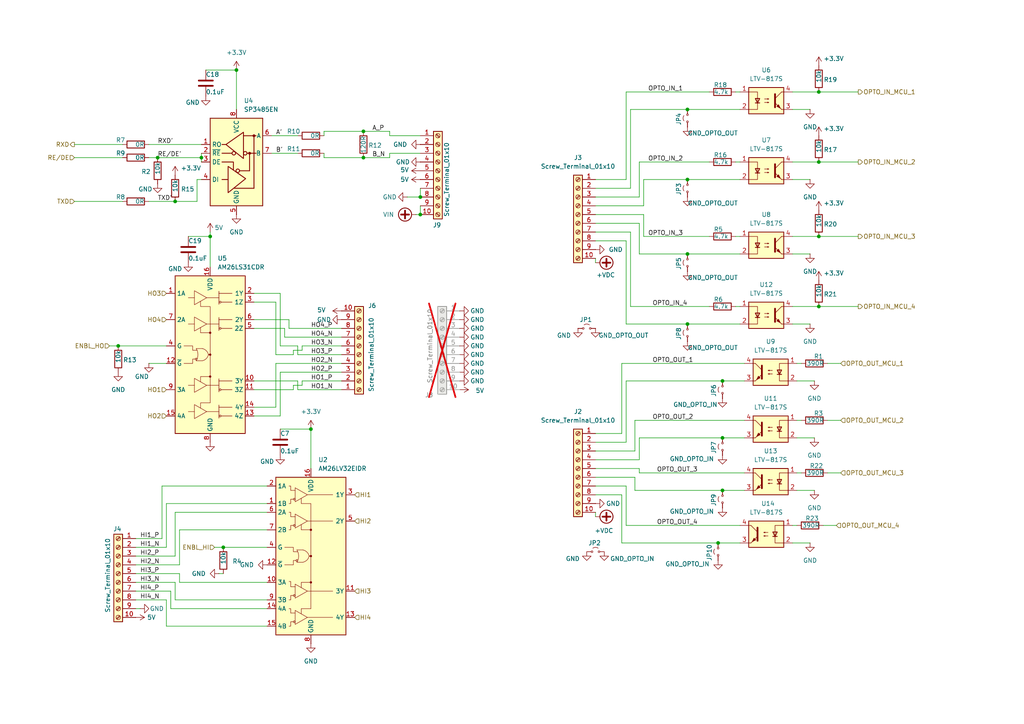
<source format=kicad_sch>
(kicad_sch (version 20250114) (generator "eeschema") (generator_version "9.0")
  (paper "A4")
  (title_block (title "Input Ouptut Schematic") (date "2025-08-04") (rev "1.0.0"))
  (lib_symbols
    (symbol "Library:+3.3V" (power) (pin_numbers (hide yes)) (pin_names (offset 0) (hide yes))
      (property "Value" "+3.3V" (at 0 3.556 0))
      (symbol "+3.3V_1_1"
        (pin power_in line (at 0 0 90) (length 0) (name "~") (number "1"))
      )
    )
    (symbol "Library:+VDC" (power) (pin_names (offset 0))
      (property "Value" "+VDC" (at 0 6.35 0))
      (symbol "+VDC_1_1"
        (pin power_in line (at 0 0 90) (length 0) (hide yes) (name "+VDC") (number "1"))
      )
    )
    (symbol "Library:+VDC_1" (power) (pin_numbers (hide yes)) (pin_names (offset 0) (hide yes))
      (property "Value" "+VDC" (at 0 6.35 0))
      (symbol "+VDC_1_1_1"
        (pin power_in line (at 0 0 90) (length 0) (name "~") (number "1"))
      )
    )
    (symbol "Library:AM26LS31CD"
      (property "Reference" "U" (at -8.89 24.13 0))
      (property "Value" "AM26LS31CD" (at 10.16 24.13 0))
      (symbol "AM26LS31CD_1_1"
        (pin input line (at -12.7 17.78 0) (length 2.54) (name "1A") (number "1"))
        (pin input line (at -12.7 10.16 0) (length 2.54) (name "2A") (number "7"))
        (pin input line (at -12.7 2.54 0) (length 2.54) (name "G") (number "4"))
        (pin input line (at -12.7 -2.54 0) (length 2.54) (name "~{G}") (number "12"))
        (pin input line (at -12.7 -10.16 0) (length 2.54) (name "3A") (number "9"))
        (pin input line (at -12.7 -17.78 0) (length 2.54) (name "4A") (number "15"))
        (pin power_in line (at 0 25.4 270) (length 2.54) (name "VDD") (number "16"))
        (pin power_in line (at 0 -25.4 90) (length 2.54) (name "GND") (number "8"))
        (pin tri_state line (at 12.7 17.78 180) (length 2.54) (name "1Y") (number "2"))
        (pin tri_state line (at 12.7 15.24 180) (length 2.54) (name "1Z") (number "3"))
        (pin tri_state line (at 12.7 10.16 180) (length 2.54) (name "2Y") (number "6"))
        (pin tri_state line (at 12.7 7.62 180) (length 2.54) (name "2Z") (number "5"))
        (pin tri_state line (at 12.7 -7.62 180) (length 2.54) (name "3Y") (number "10"))
        (pin tri_state line (at 12.7 -10.16 180) (length 2.54) (name "3Z") (number "11"))
        (pin tri_state line (at 12.7 -15.24 180) (length 2.54) (name "4Y") (number "14"))
        (pin tri_state line (at 12.7 -17.78 180) (length 2.54) (name "4Z") (number "13"))
      )
    )
    (symbol "Library:AM26LV32xD"
      (property "Reference" "U" (at -8.89 24.13 0))
      (property "Value" "AM26LV32xD" (at 10.16 24.13 0))
      (symbol "AM26LV32xD_1_1"
        (pin input line (at -12.7 20.32 0) (length 2.54) (name "1A") (number "2"))
        (pin input line (at -12.7 15.24 0) (length 2.54) (name "1B") (number "1"))
        (pin input line (at -12.7 12.7 0) (length 2.54) (name "2A") (number "6"))
        (pin input line (at -12.7 7.62 0) (length 2.54) (name "2B") (number "7"))
        (pin input line (at -12.7 2.54 0) (length 2.54) (name "G") (number "4"))
        (pin input line (at -12.7 -2.54 0) (length 2.54) (name "~{G}") (number "12"))
        (pin input line (at -12.7 -7.62 0) (length 2.54) (name "3A") (number "10"))
        (pin input line (at -12.7 -12.7 0) (length 2.54) (name "3B") (number "9"))
        (pin input line (at -12.7 -15.24 0) (length 2.54) (name "4A") (number "14"))
        (pin input line (at -12.7 -20.32 0) (length 2.54) (name "4B") (number "15"))
        (pin power_in line (at 0 25.4 270) (length 2.54) (name "VDD") (number "16"))
        (pin power_in line (at 0 -25.4 90) (length 2.54) (name "GND") (number "8"))
        (pin tri_state line (at 12.7 17.78 180) (length 2.54) (name "1Y") (number "3"))
        (pin tri_state line (at 12.7 10.16 180) (length 2.54) (name "2Y") (number "5"))
        (pin tri_state line (at 12.7 -10.16 180) (length 2.54) (name "3Y") (number "11"))
        (pin tri_state line (at 12.7 -17.78 180) (length 2.54) (name "4Y") (number "13"))
      )
    )
    (symbol "Library:C" (pin_numbers (hide yes)) (pin_names (offset 0.254))
      (property "Reference" "C" (at 0.635 2.54 0))
      (property "Value" "C" (at 0.635 -2.54 0))
      (symbol "C_1_1"
        (pin passive line (at 0 3.81 270) (length 2.794) (name "~") (number "1"))
        (pin passive line (at 0 -3.81 90) (length 2.794) (name "~") (number "2"))
      )
    )
    (symbol "Library:GND" (power) (pin_numbers (hide yes)) (pin_names (offset 0) (hide yes))
      (property "Value" "GND" (at 0 -3.81 0))
      (symbol "GND_1_1"
        (pin power_in line (at 0 0 270) (length 0) (name "~") (number "1"))
      )
    )
    (symbol "Library:Jumper_2_Small_Open" (pin_numbers (hide yes)) (pin_names (offset 0) (hide yes))
      (property "Reference" "JP" (at 0 2.794 0))
      (property "Value" "Jumper_2_Small_Open" (at 0 -2.286 0))
      (symbol "Jumper_2_Small_Open_1_1"
        (pin passive line (at -2.54 0 0) (length 1.27) (name "A") (number "1"))
        (pin passive line (at 2.54 0 180) (length 1.27) (name "B") (number "2"))
      )
    )
    (symbol "Library:LTV-817S" (pin_names (offset 1.016))
      (property "Reference" "U" (at -3.81 5.08 0))
      (property "Value" "LTV-817S" (at 0 -5.08 0))
      (symbol "LTV-817S_1_1"
        (pin passive line (at -7.62 2.54 0) (length 2.54) (name "~") (number "1"))
        (pin passive line (at -7.62 -2.54 0) (length 2.54) (name "~") (number "2"))
        (pin passive line (at 7.62 2.54 180) (length 2.54) (name "~") (number "4"))
        (pin passive line (at 7.62 -2.54 180) (length 2.54) (name "~") (number "3"))
      )
    )
    (symbol "Library:R" (pin_numbers (hide yes)) (pin_names (offset 0))
      (property "Reference" "R" (at 2.032 0 90))
      (property "Value" "R" (at 0 0 90))
      (symbol "R_1_1"
        (pin passive line (at 0 3.81 270) (length 1.27) (name "~") (number "1"))
        (pin passive line (at 0 -3.81 90) (length 1.27) (name "~") (number "2"))
      )
    )
    (symbol "Library:SP3485EN"
      (property "Reference" "U" (at -7.62 13.97 0))
      (property "Value" "SP3485EN" (at 1.905 13.97 0))
      (symbol "SP3485EN_1_1"
        (pin output line (at -10.16 5.08 0) (length 2.54) (name "RO") (number "1"))
        (pin input line (at -10.16 2.54 0) (length 2.54) (name "~{RE}") (number "2"))
        (pin input line (at -10.16 0 0) (length 2.54) (name "DE") (number "3"))
        (pin input line (at -10.16 -5.08 0) (length 2.54) (name "DI") (number "4"))
        (pin power_in line (at 0 15.24 270) (length 2.54) (name "VCC") (number "8"))
        (pin power_in line (at 0 -15.24 90) (length 2.54) (name "GND") (number "5"))
        (pin bidirectional line (at 10.16 7.62 180) (length 2.54) (name "A") (number "6"))
        (pin bidirectional line (at 10.16 2.54 180) (length 2.54) (name "B") (number "7"))
      )
    )
    (symbol "Library:Screw_Terminal_01x10" (pin_names (offset 1.016) (hide yes))
      (property "Reference" "J" (at 0 12.7 0))
      (property "Value" "Screw_Terminal_01x10" (at 0 -15.24 0))
      (symbol "Screw_Terminal_01x10_1_1"
        (pin passive line (at -5.08 10.16 0) (length 3.81) (name "Pin_1") (number "1"))
        (pin passive line (at -5.08 7.62 0) (length 3.81) (name "Pin_2") (number "2"))
        (pin passive line (at -5.08 5.08 0) (length 3.81) (name "Pin_3") (number "3"))
        (pin passive line (at -5.08 2.54 0) (length 3.81) (name "Pin_4") (number "4"))
        (pin passive line (at -5.08 0 0) (length 3.81) (name "Pin_5") (number "5"))
        (pin passive line (at -5.08 -2.54 0) (length 3.81) (name "Pin_6") (number "6"))
        (pin passive line (at -5.08 -5.08 0) (length 3.81) (name "Pin_7") (number "7"))
        (pin passive line (at -5.08 -7.62 0) (length 3.81) (name "Pin_8") (number "8"))
        (pin passive line (at -5.08 -10.16 0) (length 3.81) (name "Pin_9") (number "9"))
        (pin passive line (at -5.08 -12.7 0) (length 3.81) (name "Pin_10") (number "10"))
      )
    )
  )
  (junction (at 209.55 142.24))
  (junction (at 199.39 73.66))
  (junction (at 199.39 31.75))
  (junction (at 209.55 127))
  (junction (at 60.96 68.58))
  (junction (at 105.41 45.72))
  (junction (at 237.49 68.58))
  (junction (at 45.72 45.72))
  (junction (at 58.42 45.72))
  (junction (at 209.55 110.49))
  (junction (at 121.92 62.23))
  (junction (at 208.28 157.48))
  (junction (at 68.58 20.32))
  (junction (at 90.17 124.46))
  (junction (at 237.49 26.67))
  (junction (at 34.29 100.33))
  (junction (at 199.39 52.07))
  (junction (at 237.49 46.99))
  (junction (at 64.77 158.75))
  (junction (at 50.8 58.42))
  (junction (at 237.49 88.9))
  (junction (at 121.92 57.15))
  (junction (at 105.41 38.1))
  (junction (at 199.39 93.98))
  (wire (pts (xy 172.72 67.31) (xy 182.88 67.31)))
  (wire (pts (xy 181.61 93.98) (xy 181.61 69.85)))
  (wire (pts (xy 57.15 58.42) (xy 57.15 52.07)))
  (wire (pts (xy 242.57 152.4) (xy 238.76 152.4)))
  (wire (pts (xy 87.63 101.6) (xy 87.63 100.33)))
  (wire (pts (xy 182.88 31.75) (xy 199.39 31.75)))
  (wire (pts (xy 185.42 127) (xy 185.42 133.35)))
  (wire (pts (xy 232.41 105.41) (xy 231.14 105.41)))
  (wire (pts (xy 60.96 67.31) (xy 60.96 68.58)))
  (wire (pts (xy 86.36 100.33) (xy 86.36 102.87)))
  (wire (pts (xy 80.01 102.87) (xy 80.01 87.63)))
  (wire (pts (xy 48.26 146.05) (xy 48.26 158.75)))
  (wire (pts (xy 57.15 52.07) (xy 58.42 52.07)))
  (wire (pts (xy 60.96 77.47) (xy 60.96 68.58)))
  (wire (pts (xy 234.95 157.48) (xy 229.87 157.48)))
  (wire (pts (xy 209.55 142.24) (xy 215.9 142.24)))
  (wire (pts (xy 93.98 45.72) (xy 105.41 45.72)))
  (wire (pts (xy 172.72 54.61) (xy 182.88 54.61)))
  (wire (pts (xy 229.87 68.58) (xy 237.49 68.58)))
  (wire (pts (xy 185.42 127) (xy 209.55 127)))
  (wire (pts (xy 34.29 100.33) (xy 48.26 100.33)))
  (wire (pts (xy 48.26 158.75) (xy 39.37 158.75)))
  (wire (pts (xy 86.36 110.49) (xy 86.36 113.03)))
  (wire (pts (xy 62.23 158.75) (xy 64.77 158.75)))
  (wire (pts (xy 237.49 46.99) (xy 248.92 46.99)))
  (wire (pts (xy 99.06 107.95) (xy 81.28 107.95)))
  (wire (pts (xy 184.15 130.81) (xy 184.15 121.92)))
  (wire (pts (xy 39.37 161.29) (xy 50.8 161.29)))
  (wire (pts (xy 231.14 152.4) (xy 229.87 152.4)))
  (wire (pts (xy 185.42 137.16) (xy 215.9 137.16)))
  (wire (pts (xy 86.36 113.03) (xy 99.06 113.03)))
  (wire (pts (xy 184.15 121.92) (xy 215.9 121.92)))
  (wire (pts (xy 63.5 166.37) (xy 64.77 166.37)))
  (wire (pts (xy 82.55 97.79) (xy 82.55 95.25)))
  (wire (pts (xy 68.58 31.75) (xy 68.58 20.32)))
  (wire (pts (xy 48.26 181.61) (xy 48.26 173.99)))
  (wire (pts (xy 181.61 128.27) (xy 181.61 110.49)))
  (wire (pts (xy 180.34 105.41) (xy 215.9 105.41)))
  (wire (pts (xy 229.87 26.67) (xy 237.49 26.67)))
  (wire (pts (xy 80.01 87.63) (xy 73.66 87.63)))
  (wire (pts (xy 77.47 146.05) (xy 48.26 146.05)))
  (wire (pts (xy 209.55 110.49) (xy 215.9 110.49)))
  (wire (pts (xy 232.41 137.16) (xy 231.14 137.16)))
  (wire (pts (xy 93.98 38.1) (xy 105.41 38.1)))
  (wire (pts (xy 80.01 105.41) (xy 99.06 105.41)))
  (wire (pts (xy 182.88 67.31) (xy 182.88 88.9)))
  (wire (pts (xy 90.17 135.89) (xy 90.17 124.46)))
  (wire (pts (xy 93.98 45.72) (xy 93.98 44.45)))
  (wire (pts (xy 50.8 168.91) (xy 50.8 173.99)))
  (wire (pts (xy 85.09 113.03) (xy 85.09 111.76)))
  (wire (pts (xy 105.41 45.72) (xy 113.03 45.72)))
  (wire (pts (xy 186.69 59.69) (xy 172.72 59.69)))
  (wire (pts (xy 181.61 152.4) (xy 214.63 152.4)))
  (wire (pts (xy 49.53 171.45) (xy 39.37 171.45)))
  (wire (pts (xy 208.28 157.48) (xy 214.63 157.48)))
  (wire (pts (xy 180.34 157.48) (xy 208.28 157.48)))
  (wire (pts (xy 81.28 107.95) (xy 81.28 120.65)))
  (wire (pts (xy 185.42 133.35) (xy 172.72 133.35)))
  (wire (pts (xy 184.15 142.24) (xy 209.55 142.24)))
  (wire (pts (xy 52.07 166.37) (xy 39.37 166.37)))
  (wire (pts (xy 64.77 158.75) (xy 77.47 158.75)))
  (wire (pts (xy 73.66 85.09) (xy 81.28 85.09)))
  (wire (pts (xy 234.95 52.07) (xy 229.87 52.07)))
  (wire (pts (xy 121.92 44.45) (xy 113.03 44.45)))
  (wire (pts (xy 181.61 52.07) (xy 172.72 52.07)))
  (wire (pts (xy 81.28 85.09) (xy 81.28 100.33)))
  (wire (pts (xy 21.59 58.42) (xy 35.56 58.42)))
  (wire (pts (xy 52.07 168.91) (xy 52.07 166.37)))
  (wire (pts (xy 77.47 181.61) (xy 48.26 181.61)))
  (wire (pts (xy 172.72 62.23) (xy 186.69 62.23)))
  (wire (pts (xy 121.92 39.37) (xy 113.03 39.37)))
  (wire (pts (xy 43.18 58.42) (xy 50.8 58.42)))
  (wire (pts (xy 81.28 120.65) (xy 73.66 120.65)))
  (wire (pts (xy 39.37 163.83) (xy 52.07 163.83)))
  (wire (pts (xy 185.42 57.15) (xy 185.42 46.99)))
  (wire (pts (xy 181.61 69.85) (xy 172.72 69.85)))
  (wire (pts (xy 77.47 176.53) (xy 49.53 176.53)))
  (wire (pts (xy 180.34 143.51) (xy 172.72 143.51)))
  (wire (pts (xy 236.22 127) (xy 231.14 127)))
  (wire (pts (xy 186.69 52.07) (xy 186.69 59.69)))
  (wire (pts (xy 78.74 39.37) (xy 86.36 39.37)))
  (wire (pts (xy 113.03 44.45) (xy 113.03 45.72)))
  (wire (pts (xy 214.63 46.99) (xy 213.36 46.99)))
  (wire (pts (xy 185.42 73.66) (xy 199.39 73.66)))
  (wire (pts (xy 172.72 135.89) (xy 185.42 135.89)))
  (wire (pts (xy 199.39 31.75) (xy 214.63 31.75)))
  (wire (pts (xy 237.49 68.58) (xy 248.92 68.58)))
  (wire (pts (xy 85.09 102.87) (xy 85.09 101.6)))
  (wire (pts (xy 43.18 105.41) (xy 48.26 105.41)))
  (wire (pts (xy 121.92 62.23) (xy 121.92 59.69)))
  (wire (pts (xy 90.17 124.46) (xy 81.28 124.46)))
  (wire (pts (xy 214.63 68.58) (xy 213.36 68.58)))
  (wire (pts (xy 172.72 149.86) (xy 172.72 148.59)))
  (wire (pts (xy 39.37 176.53) (xy 40.64 176.53)))
  (wire (pts (xy 180.34 125.73) (xy 172.72 125.73)))
  (wire (pts (xy 58.42 45.72) (xy 58.42 46.99)))
  (wire (pts (xy 181.61 26.67) (xy 205.74 26.67)))
  (wire (pts (xy 50.8 161.29) (xy 50.8 148.59)))
  (wire (pts (xy 243.84 137.16) (xy 240.03 137.16)))
  (wire (pts (xy 180.34 157.48) (xy 180.34 143.51)))
  (wire (pts (xy 172.72 140.97) (xy 181.61 140.97)))
  (wire (pts (xy 73.66 118.11) (xy 80.01 118.11)))
  (wire (pts (xy 185.42 135.89) (xy 185.42 137.16)))
  (wire (pts (xy 214.63 88.9) (xy 213.36 88.9)))
  (wire (pts (xy 232.41 121.92) (xy 231.14 121.92)))
  (wire (pts (xy 186.69 52.07) (xy 199.39 52.07)))
  (wire (pts (xy 229.87 46.99) (xy 237.49 46.99)))
  (wire (pts (xy 118.11 57.15) (xy 121.92 57.15)))
  (wire (pts (xy 21.59 41.91) (xy 35.56 41.91)))
  (wire (pts (xy 186.69 68.58) (xy 205.74 68.58)))
  (wire (pts (xy 182.88 88.9) (xy 205.74 88.9)))
  (wire (pts (xy 57.15 58.42) (xy 50.8 58.42)))
  (wire (pts (xy 172.72 57.15) (xy 185.42 57.15)))
  (wire (pts (xy 39.37 168.91) (xy 50.8 168.91)))
  (wire (pts (xy 85.09 101.6) (xy 87.63 101.6)))
  (wire (pts (xy 99.06 97.79) (xy 82.55 97.79)))
  (wire (pts (xy 21.59 45.72) (xy 35.56 45.72)))
  (wire (pts (xy 43.18 45.72) (xy 45.72 45.72)))
  (wire (pts (xy 85.09 111.76) (xy 87.63 111.76)))
  (wire (pts (xy 243.84 105.41) (xy 240.03 105.41)))
  (wire (pts (xy 52.07 153.67) (xy 52.07 163.83)))
  (wire (pts (xy 77.47 168.91) (xy 52.07 168.91)))
  (wire (pts (xy 31.75 100.33) (xy 34.29 100.33)))
  (wire (pts (xy 105.41 38.1) (xy 113.03 38.1)))
  (wire (pts (xy 120.65 62.23) (xy 121.92 62.23)))
  (wire (pts (xy 184.15 138.43) (xy 184.15 142.24)))
  (wire (pts (xy 237.49 88.9) (xy 248.92 88.9)))
  (wire (pts (xy 181.61 110.49) (xy 209.55 110.49)))
  (wire (pts (xy 182.88 54.61) (xy 182.88 31.75)))
  (wire (pts (xy 214.63 26.67) (xy 213.36 26.67)))
  (wire (pts (xy 80.01 102.87) (xy 85.09 102.87)))
  (wire (pts (xy 234.95 31.75) (xy 229.87 31.75)))
  (wire (pts (xy 186.69 62.23) (xy 186.69 68.58)))
  (wire (pts (xy 180.34 105.41) (xy 180.34 125.73)))
  (wire (pts (xy 49.53 176.53) (xy 49.53 171.45)))
  (wire (pts (xy 113.03 39.37) (xy 113.03 38.1)))
  (wire (pts (xy 236.22 142.24) (xy 231.14 142.24)))
  (wire (pts (xy 172.72 64.77) (xy 185.42 64.77)))
  (wire (pts (xy 181.61 140.97) (xy 181.61 152.4)))
  (wire (pts (xy 73.66 92.71) (xy 83.82 92.71)))
  (wire (pts (xy 199.39 52.07) (xy 214.63 52.07)))
  (wire (pts (xy 58.42 44.45) (xy 58.42 45.72)))
  (wire (pts (xy 243.84 121.92) (xy 240.03 121.92)))
  (wire (pts (xy 86.36 102.87) (xy 99.06 102.87)))
  (wire (pts (xy 172.72 76.2) (xy 172.72 74.93)))
  (wire (pts (xy 185.42 46.99) (xy 205.74 46.99)))
  (wire (pts (xy 199.39 73.66) (xy 214.63 73.66)))
  (wire (pts (xy 172.72 138.43) (xy 184.15 138.43)))
  (wire (pts (xy 46.99 156.21) (xy 46.99 140.97)))
  (wire (pts (xy 81.28 100.33) (xy 86.36 100.33)))
  (wire (pts (xy 39.37 156.21) (xy 46.99 156.21)))
  (wire (pts (xy 83.82 95.25) (xy 99.06 95.25)))
  (wire (pts (xy 237.49 26.67) (xy 248.92 26.67)))
  (wire (pts (xy 209.55 127) (xy 215.9 127)))
  (wire (pts (xy 87.63 100.33) (xy 99.06 100.33)))
  (wire (pts (xy 234.95 93.98) (xy 229.87 93.98)))
  (wire (pts (xy 87.63 110.49) (xy 99.06 110.49)))
  (wire (pts (xy 73.66 110.49) (xy 86.36 110.49)))
  (wire (pts (xy 229.87 88.9) (xy 237.49 88.9)))
  (wire (pts (xy 93.98 39.37) (xy 93.98 38.1)))
  (wire (pts (xy 185.42 64.77) (xy 185.42 73.66)))
  (wire (pts (xy 46.99 140.97) (xy 77.47 140.97)))
  (wire (pts (xy 87.63 111.76) (xy 87.63 110.49)))
  (wire (pts (xy 83.82 92.71) (xy 83.82 95.25)))
  (wire (pts (xy 181.61 93.98) (xy 199.39 93.98)))
  (wire (pts (xy 45.72 45.72) (xy 58.42 45.72)))
  (wire (pts (xy 50.8 148.59) (xy 77.47 148.59)))
  (wire (pts (xy 199.39 93.98) (xy 214.63 93.98)))
  (wire (pts (xy 50.8 173.99) (xy 77.47 173.99)))
  (wire (pts (xy 236.22 110.49) (xy 231.14 110.49)))
  (wire (pts (xy 48.26 173.99) (xy 39.37 173.99)))
  (wire (pts (xy 82.55 95.25) (xy 73.66 95.25)))
  (wire (pts (xy 181.61 26.67) (xy 181.61 52.07)))
  (wire (pts (xy 86.36 44.45) (xy 78.74 44.45)))
  (wire (pts (xy 73.66 113.03) (xy 85.09 113.03)))
  (wire (pts (xy 121.92 57.15) (xy 121.92 54.61)))
  (wire (pts (xy 172.72 128.27) (xy 181.61 128.27)))
  (wire (pts (xy 54.61 68.58) (xy 60.96 68.58)))
  (wire (pts (xy 52.07 153.67) (xy 77.47 153.67)))
  (wire (pts (xy 172.72 130.81) (xy 184.15 130.81)))
  (wire (pts (xy 234.95 73.66) (xy 229.87 73.66)))
  (wire (pts (xy 43.18 41.91) (xy 58.42 41.91)))
  (wire (pts (xy 80.01 118.11) (xy 80.01 105.41)))
  (wire (pts (xy 68.58 20.32) (xy 59.69 20.32)))
  (label "B_N" (at 107.95 45.72 0))
  (label "OPTO_IN_1" (at 187.96 26.67 0))
  (label "HI1_P" (at 40.64 156.21 0))
  (label "HO4_P" (at 90.17 95.25 0))
  (label "HO1_N" (at 90.17 113.03 0))
  (label "HI3_P" (at 40.64 166.37 0))
  (label "OPTO_IN_4" (at 189.23 88.9 0))
  (label "HI4_N" (at 40.64 173.99 0))
  (label "HO4_N" (at 90.17 97.79 0))
  (label "HI4_P" (at 40.64 171.45 0))
  (label "HO1_P" (at 90.17 110.49 0))
  (label "OPTO_OUT_2" (at 189.23 121.92 0))
  (label "HO2_P" (at 90.17 107.95 0))
  (label "RXD'" (at 45.72 41.91 0))
  (label "RE{slash}DE'" (at 45.72 45.72 0))
  (label "TXD'" (at 45.72 58.42 0))
  (label "OPTO_OUT_1" (at 189.23 105.41 0))
  (label "HI3_N" (at 40.64 168.91 0))
  (label "OPTO_IN_2" (at 187.96 46.99 0))
  (label "HI1_N" (at 40.64 158.75 0))
  (label "A'" (at 80.01 39.37 0))
  (label "OPTO_OUT_4" (at 190.5 152.4 0))
  (label "B'" (at 80.01 44.45 0))
  (label "OPTO_IN_3" (at 187.96 68.58 0))
  (label "A_P" (at 107.95 38.1 0))
  (label "HI2_N" (at 40.64 163.83 0))
  (label "HO3_P" (at 90.17 102.87 0))
  (label "HO3_N" (at 90.17 100.33 0))
  (label "OPTO_OUT_3" (at 190.5 137.16 0))
  (label "HO2_N" (at 90.17 105.41 0))
  (label "HI2_P" (at 40.64 161.29 0))
  (hierarchical_label "HI4" (shape input) (at 102.87 179.07 0))
  (hierarchical_label "HI3" (shape input) (at 102.87 171.45 0))
  (hierarchical_label "RE{slash}DE" (shape input) (at 21.59 45.72 180))
  (hierarchical_label "TXD" (shape input) (at 21.59 58.42 180))
  (hierarchical_label "HI1" (shape input) (at 102.87 143.51 0))
  (hierarchical_label "OPTO_OUT_MCU_3" (shape input) (at 243.84 137.16 0))
  (hierarchical_label "OPTO_OUT_MCU_2" (shape input) (at 243.84 121.92 0))
  (hierarchical_label "HO1" (shape input) (at 48.26 113.03 180))
  (hierarchical_label "OPTO_IN_MCU_3" (shape output) (at 248.92 68.58 0))
  (hierarchical_label "RXD" (shape output) (at 21.59 41.91 180))
  (hierarchical_label "HI2" (shape input) (at 102.87 151.13 0))
  (hierarchical_label "OPTO_IN_MCU_4" (shape output) (at 248.92 88.9 0))
  (hierarchical_label "OPTO_IN_MCU_1" (shape output) (at 248.92 26.67 0))
  (hierarchical_label "OPTO_IN_MCU_2" (shape output) (at 248.92 46.99 0))
  (hierarchical_label "OPTO_OUT_MCU_1" (shape input) (at 243.84 105.41 0))
  (hierarchical_label "HO2" (shape input) (at 48.26 120.65 180))
  (hierarchical_label "HO3" (shape input) (at 48.26 85.09 180))
  (hierarchical_label "ENBL_HI" (shape input) (at 62.23 158.75 180))
  (hierarchical_label "OPTO_OUT_MCU_4" (shape input) (at 242.57 152.4 0))
  (hierarchical_label "ENBL_HO" (shape input) (at 31.75 100.33 180))
  (hierarchical_label "HO4" (shape input) (at 48.26 92.71 180))
  (symbol (lib_id "Library:Screw_Terminal_01x10") (at 167.64 135.89 0) (mirror y) (unit 1)
    (property "Reference" "J2" (at 167.64 119.38 0))
    (property "Value" "Screw_Terminal_01x10" (at 167.64 121.92 0))
    (property "Footprint" "Library:TerminalBlock_Phoenix_PT-1,5-10-3.5-H_1x10_P3.50mm_Horizontal" (effects (hide yes)))
    (property "Description" "Generic screw terminal, single row, 01x10, script generated (kicad-library-utils/schlib/autogen/connector/)" (effects (hide yes)))
    (property "LCSC" "C5184956" (effects (hide yes)))
  )
  (symbol (lib_id "Library:Jumper_2_Small_Open") (at 199.39 54.61 90) (unit 1) (in_bom no)
    (property "Reference" "JP3" (at 196.85 54.864 0))
    (property "Value" "Jumper_2_Small_Open" (effects (hide yes)))
    (property "Footprint" "Library:TestPoint_2Pads_Pitch2.54mm_Drill0.8mm" (effects (hide yes)))
    (property "Description" "Jumper, 2-pole, small symbol, open" (effects (hide yes)))
  )
  (symbol (lib_id "Library:GND") (at 45.72 53.34 0) (unit 1)
    (property "Reference" "#PWR012" (effects (hide yes)))
    (property "Value" "GND" (at 42.164 54.864 0))
    (property "Description" "Power symbol creates a global label with name \"GND\" , ground" (effects (hide yes)))
  )
  (symbol (lib_id "Library:R") (at 50.8 54.61 180) (unit 1)
    (property "Reference" "R15" (at 56.388 54.864 0) (effects (justify left)))
    (property "Value" "10k" (at 50.8 52.07 90) (effects (justify left)))
    (property "Footprint" "Library:R_0603_1608Metric" (effects (hide yes)))
    (property "LCSC" "C25804" (effects (hide yes)))
  )
  (symbol (lib_id "Library:GND") (at 60.96 128.27 0) (unit 1)
    (property "Reference" "#PWR042" (effects (hide yes)))
    (property "Value" "GND" (effects (hide yes)))
    (property "Description" "Power symbol creates a global label with name \"GND\" , ground" (effects (hide yes)))
  )
  (symbol (lib_id "Library:GND") (at 133.35 92.71 90) (unit 1)
    (property "Reference" "#PWR083" (effects (hide yes)))
    (property "Value" "GND" (at 136.398 92.71 90) (effects (justify right)))
    (property "Description" "Power symbol creates a global label with name \"GND\" , ground" (effects (hide yes)))
  )
  (symbol (lib_id "Library:Screw_Terminal_01x10") (at 128.27 100.33 0) (mirror y) (unit 1) (in_bom no) (dnp yes)
    (property "Reference" "J8" (at 124.46 114.554 0))
    (property "Value" "Screw_Terminal_01x10" (at 124.714 100.33 90))
    (property "Footprint" "Library:TerminalBlock_Phoenix_PT-1,5-10-3.5-H_1x10_P3.50mm_Horizontal" (effects (hide yes)))
    (property "Description" "Generic screw terminal, single row, 01x10, script generated (kicad-library-utils/schlib/autogen/connector/)" (effects (hide yes)))
    (property "LCSC" "C5184956" (effects (hide yes)))
  )
  (symbol (lib_id "Library:SP3485EN") (at 68.58 46.99 0) (unit 1)
    (property "Reference" "U4" (at 70.7233 29.21 0) (effects (justify left)))
    (property "Value" "SP3485EN" (at 70.7233 31.75 0) (effects (justify left)))
    (property "Footprint" "Library:SOIC-8_3.9x4.9mm_P1.27mm" (effects (hide yes)))
    (property "Datasheet" "http://www.icbase.com/pdf/SPX/SPX00480106.pdf" (effects (hide yes)))
    (property "Description" "Industrial 3.3V Low Power Half-Duplex RS-485 Transceiver 10Mbps, SOIC-8" (effects (hide yes)))
    (property "LCSC" "C8963" (effects (hide yes)))
  )
  (symbol (lib_id "Library:GND") (at 209.55 115.57 0) (unit 1)
    (property "Reference" "#PWR02" (effects (hide yes)))
    (property "Value" "GND_OPTO_IN" (at 201.676 117.348 0))
    (property "Description" "Power symbol creates a global label with name \"GND\" , ground" (effects (hide yes)))
  )
  (symbol (lib_id "Library:Jumper_2_Small_Open") (at 209.55 144.78 90) (unit 1) (in_bom no)
    (property "Reference" "JP9" (at 207.01 145.034 0))
    (property "Value" "Jumper_2_Small_Open" (effects (hide yes)))
    (property "Footprint" "Library:TestPoint_2Pads_Pitch2.54mm_Drill0.8mm" (effects (hide yes)))
    (property "Description" "Jumper, 2-pole, small symbol, open" (effects (hide yes)))
  )
  (symbol (lib_id "Library:GND") (at 236.22 110.49 0) (unit 1)
    (property "Reference" "#PWR015" (effects (hide yes)))
    (property "Value" "GND" (at 236.22 115.57 0))
    (property "Description" "Power symbol creates a global label with name \"GND\" , ground" (effects (hide yes)))
  )
  (symbol (lib_id "Library:GND") (at 77.47 163.83 270) (unit 1)
    (property "Reference" "#PWR061" (effects (hide yes)))
    (property "Value" "GND" (at 73.66 163.8299 90) (effects (justify right)))
    (property "Description" "Power symbol creates a global label with name \"GND\" , ground" (effects (hide yes)))
  )
  (symbol (lib_id "Library:GND") (at 236.22 127 0) (unit 1)
    (property "Reference" "#PWR019" (effects (hide yes)))
    (property "Value" "GND" (at 236.22 132.08 0))
    (property "Description" "Power symbol creates a global label with name \"GND\" , ground" (effects (hide yes)))
  )
  (symbol (lib_id "Library:R") (at 237.49 64.77 180) (unit 1)
    (property "Reference" "R20" (at 242.824 65.024 0) (effects (justify left)))
    (property "Value" "10k" (at 237.49 62.23 90) (effects (justify left)))
    (property "Footprint" "Library:R_0603_1608Metric" (effects (hide yes)))
    (property "LCSC" "C25804" (effects (hide yes)))
  )
  (symbol (lib_id "Library:GND") (at 63.5 166.37 270) (unit 1)
    (property "Reference" "#PWR044" (effects (hide yes)))
    (property "Value" "GND" (at 59.69 166.3699 90) (effects (justify right)))
    (property "Description" "Power symbol creates a global label with name \"GND\" , ground" (effects (hide yes)))
  )
  (symbol (lib_id "Library:C") (at 54.61 72.39 0) (unit 1)
    (property "Reference" "C19" (at 54.61 69.85 0) (effects (justify left)))
    (property "Value" "0.1uF" (at 54.61 74.93 0) (effects (justify left)))
    (property "Footprint" "Library:C_0603_1608Metric" (effects (hide yes)))
    (property "LCSC" "C14663" (effects (hide yes)))
  )
  (symbol (lib_id "Library:GND") (at 43.18 105.41 0) (unit 1)
    (property "Reference" "#PWR049" (effects (hide yes)))
    (property "Value" "GND" (at 41.148 109.22 0))
    (property "Description" "Power symbol creates a global label with name \"GND\" , ground" (effects (hide yes)))
  )
  (symbol (lib_id "Library:GND") (at 54.61 76.2 0) (unit 1)
    (property "Reference" "#PWR034" (effects (hide yes)))
    (property "Value" "GND" (at 50.8 77.978 0))
    (property "Description" "Power symbol creates a global label with name \"GND\" , ground" (effects (hide yes)))
  )
  (symbol (lib_id "Library:GND") (at 40.64 176.53 90) (unit 1)
    (property "Reference" "#PWR053" (effects (hide yes)))
    (property "Value" "GND" (at 43.434 176.53 90) (effects (justify right)))
    (property "Description" "Power symbol creates a global label with name \"GND\" , ground" (effects (hide yes)))
  )
  (symbol (lib_id "Library:Screw_Terminal_01x10") (at 104.14 102.87 0) (mirror x) (unit 1)
    (property "Reference" "J6" (at 107.95 88.646 0))
    (property "Value" "Screw_Terminal_01x10" (at 107.696 102.87 90))
    (property "Footprint" "Library:TerminalBlock_Phoenix_PT-1,5-10-3.5-H_1x10_P3.50mm_Horizontal" (effects (hide yes)))
    (property "Description" "Generic screw terminal, single row, 01x10, script generated (kicad-library-utils/schlib/autogen/connector/)" (effects (hide yes)))
    (property "LCSC" "C5184956" (effects (hide yes)))
  )
  (symbol (lib_id "Library:+3.3V") (at 50.8 50.8 0) (unit 1)
    (property "Reference" "#PWR016" (effects (hide yes)))
    (property "Value" "+3.3V" (at 55.372 48.768 0))
    (property "Description" "Power symbol creates a global label with name \"+3.3V\"" (effects (hide yes)))
  )
  (symbol (lib_id "Library:AM26LS31CD") (at 60.96 102.87 0) (unit 1)
    (property "Reference" "U5" (at 63.1033 74.93 0) (effects (justify left)))
    (property "Value" "AM26LS31CDR" (at 63.1033 77.47 0) (effects (justify left)))
    (property "Footprint" "Library:SOIC-16_3.9x9.9mm_P1.27mm" (effects (hide yes)))
    (property "Datasheet" "https://www.ti.com/lit/ds/symlink/am26ls31.pdf" (effects (hide yes)))
    (property "Description" "32Mbps 3.3V RS485 Quad Line Drivers, SOIC-16" (effects (hide yes)))
    (property "LCSC" "C6179" (effects (hide yes)))
  )
  (symbol (lib_id "Library:+3.3V") (at 60.96 67.31 0) (unit 1)
    (property "Reference" "#PWR035" (effects (hide yes)))
    (property "Value" "5V" (at 62.23 66.04 0) (effects (justify left)))
  )
  (symbol (lib_id "Library:R") (at 236.22 105.41 90) (mirror x) (unit 1)
    (property "Reference" "R1" (at 238.76 103.378 90) (effects (justify left)))
    (property "Value" "390R" (at 239.014 105.41 90) (effects (justify left)))
    (property "Footprint" "Library:R_0603_1608Metric" (effects (hide yes)))
    (property "LCSC" "C23151" (effects (hide yes)))
  )
  (symbol (lib_id "Library:GND") (at 121.92 41.91 270) (mirror x) (unit 1)
    (property "Reference" "#PWR046" (effects (hide yes)))
    (property "Value" "GND" (at 118.11 41.9101 90) (effects (justify right)))
    (property "Description" "Power symbol creates a global label with name \"GND\" , ground" (effects (hide yes)))
  )
  (symbol (lib_id "Library:+3.3V") (at 121.92 49.53 90) (mirror x) (unit 1)
    (property "Reference" "#PWR070" (effects (hide yes)))
    (property "Value" "5V" (at 118.618 49.276 90) (effects (justify left)))
  )
  (symbol (lib_id "Library:Jumper_2_Small_Open") (at 209.55 113.03 90) (unit 1) (in_bom no)
    (property "Reference" "JP6" (at 207.01 113.284 0))
    (property "Value" "Jumper_2_Small_Open" (effects (hide yes)))
    (property "Footprint" "Library:TestPoint_2Pads_Pitch2.54mm_Drill0.8mm" (effects (hide yes)))
    (property "Description" "Jumper, 2-pole, small symbol, open" (effects (hide yes)))
  )
  (symbol (lib_id "Library:GND") (at 167.64 95.25 0) (unit 1)
    (property "Reference" "#PWR066" (effects (hide yes)))
    (property "Value" "GND" (at 163.576 97.282 0))
    (property "Description" "Power symbol creates a global label with name \"GND\" , ground" (effects (hide yes)))
  )
  (symbol (lib_id "Library:GND") (at 199.39 78.74 0) (unit 1)
    (property "Reference" "#PWR021" (effects (hide yes)))
    (property "Value" "GND_OPTO_OUT" (at 206.756 80.518 0))
    (property "Description" "Power symbol creates a global label with name \"GND\" , ground" (effects (hide yes)))
  )
  (symbol (lib_id "Library:GND") (at 234.95 73.66 0) (unit 1)
    (property "Reference" "#PWR023" (effects (hide yes)))
    (property "Value" "GND" (at 234.95 78.74 0))
    (property "Description" "Power symbol creates a global label with name \"GND\" , ground" (effects (hide yes)))
  )
  (symbol (lib_id "Library:GND") (at 234.95 93.98 0) (unit 1)
    (property "Reference" "#PWR024" (effects (hide yes)))
    (property "Value" "GND" (at 234.95 99.06 0))
    (property "Description" "Power symbol creates a global label with name \"GND\" , ground" (effects (hide yes)))
  )
  (symbol (lib_id "Library:+3.3V") (at 237.49 81.28 0) (unit 1)
    (property "Reference" "#PWR026" (effects (hide yes)))
    (property "Value" "+3.3V" (at 241.808 79.248 0))
    (property "Description" "Power symbol creates a global label with name \"+3.3V\"" (effects (hide yes)))
  )
  (symbol (lib_id "Library:+3.3V") (at 68.58 20.32 0) (unit 1)
    (property "Reference" "#PWR033" (effects (hide yes)))
    (property "Value" "+3.3V" (at 68.58 15.24 0))
    (property "Description" "Power symbol creates a global label with name \"+3.3V\"" (effects (hide yes)))
  )
  (symbol (lib_id "Library:Jumper_2_Small_Open") (at 209.55 129.54 90) (unit 1) (in_bom no)
    (property "Reference" "JP7" (at 207.01 129.794 0))
    (property "Value" "Jumper_2_Small_Open" (effects (hide yes)))
    (property "Footprint" "Library:TestPoint_2Pads_Pitch2.54mm_Drill0.8mm" (effects (hide yes)))
    (property "Description" "Jumper, 2-pole, small symbol, open" (effects (hide yes)))
  )
  (symbol (lib_id "Library:GND") (at 133.35 107.95 90) (unit 1)
    (property "Reference" "#PWR075" (effects (hide yes)))
    (property "Value" "GND" (at 136.398 107.95 90) (effects (justify right)))
    (property "Description" "Power symbol creates a global label with name \"GND\" , ground" (effects (hide yes)))
  )
  (symbol (lib_id "Library:GND") (at 234.95 52.07 0) (unit 1)
    (property "Reference" "#PWR039" (effects (hide yes)))
    (property "Value" "GND" (at 234.95 57.15 0))
    (property "Description" "Power symbol creates a global label with name \"GND\" , ground" (effects (hide yes)))
  )
  (symbol (lib_id "Library:R") (at 209.55 68.58 270) (unit 1)
    (property "Reference" "R5" (at 207.01 66.548 90) (effects (justify left)))
    (property "Value" "4.7k" (at 207.01 68.58 90) (effects (justify left)))
    (property "Footprint" "Library:R_0603_1608Metric" (effects (hide yes)))
    (property "LCSC" "C23162" (effects (hide yes)))
  )
  (symbol (lib_id "Library:+VDC") (at 172.72 149.86 270) (unit 1)
    (property "Reference" "#PWR051" (effects (hide yes)))
    (property "Value" "+VDC" (at 172.466 153.924 90) (effects (justify left)))
  )
  (symbol (lib_id "Library:R") (at 34.29 104.14 180) (unit 1)
    (property "Reference" "R13" (at 39.624 104.394 0) (effects (justify left)))
    (property "Value" "10k" (at 34.29 101.6 90) (effects (justify left)))
    (property "Footprint" "Library:R_0603_1608Metric" (effects (hide yes)))
    (property "LCSC" "C25804" (effects (hide yes)))
  )
  (symbol (lib_id "Library:GND") (at 133.35 97.79 90) (unit 1)
    (property "Reference" "#PWR081" (effects (hide yes)))
    (property "Value" "GND" (at 136.398 97.79 90) (effects (justify right)))
    (property "Description" "Power symbol creates a global label with name \"GND\" , ground" (effects (hide yes)))
  )
  (symbol (lib_id "Library:GND") (at 133.35 110.49 90) (unit 1)
    (property "Reference" "#PWR064" (effects (hide yes)))
    (property "Value" "GND" (at 136.398 110.49 90) (effects (justify right)))
    (property "Description" "Power symbol creates a global label with name \"GND\" , ground" (effects (hide yes)))
  )
  (symbol (lib_id "Library:LTV-817S") (at 222.25 29.21 0) (unit 1)
    (property "Reference" "U6" (at 222.25 20.32 0))
    (property "Value" "LTV-817S" (at 222.25 22.86 0))
    (property "Footprint" "Library:SMDIP-4_W9.53mm" (effects (hide yes)))
    (property "Datasheet" "http://www.us.liteon.com/downloads/LTV-817-827-847.PDF" (effects (hide yes)))
    (property "Description" "DC Optocoupler, Vce 35V, CTR 50%, SMDIP-4" (effects (hide yes)))
    (property "LCSC" "C109227" (effects (hide yes)))
  )
  (symbol (lib_id "Library:R") (at 209.55 88.9 270) (unit 1)
    (property "Reference" "R6" (at 207.01 86.868 90) (effects (justify left)))
    (property "Value" "4.7k" (at 207.01 88.9 90) (effects (justify left)))
    (property "Footprint" "Library:R_0603_1608Metric" (effects (hide yes)))
    (property "LCSC" "C23162" (effects (hide yes)))
  )
  (symbol (lib_id "Library:+3.3V") (at 39.37 179.07 270) (unit 1)
    (property "Reference" "#PWR050" (effects (hide yes)))
    (property "Value" "5V" (at 42.672 179.07 90) (effects (justify left)))
  )
  (symbol (lib_id "Library:R") (at 237.49 22.86 180) (unit 1)
    (property "Reference" "R19" (at 242.824 23.114 0) (effects (justify left)))
    (property "Value" "10k" (at 237.49 20.32 90) (effects (justify left)))
    (property "Footprint" "Library:R_0603_1608Metric" (effects (hide yes)))
    (property "LCSC" "C25804" (effects (hide yes)))
  )
  (symbol (lib_id "Library:Jumper_2_Small_Open") (at 199.39 76.2 90) (unit 1) (in_bom no)
    (property "Reference" "JP5" (at 196.85 76.454 0))
    (property "Value" "Jumper_2_Small_Open" (effects (hide yes)))
    (property "Footprint" "Library:TestPoint_2Pads_Pitch2.54mm_Drill0.8mm" (effects (hide yes)))
    (property "Description" "Jumper, 2-pole, small symbol, open" (effects (hide yes)))
  )
  (symbol (lib_id "Library:GND") (at 199.39 99.06 0) (unit 1)
    (property "Reference" "#PWR022" (effects (hide yes)))
    (property "Value" "GND_OPTO_OUT" (at 206.756 100.838 0))
    (property "Description" "Power symbol creates a global label with name \"GND\" , ground" (effects (hide yes)))
  )
  (symbol (lib_id "Library:GND") (at 234.95 31.75 0) (unit 1)
    (property "Reference" "#PWR037" (effects (hide yes)))
    (property "Value" "GND" (at 234.95 36.83 0))
    (property "Description" "Power symbol creates a global label with name \"GND\" , ground" (effects (hide yes)))
  )
  (symbol (lib_id "Library:GND") (at 170.18 160.02 0) (unit 1)
    (property "Reference" "#PWR067" (effects (hide yes)))
    (property "Value" "GND" (at 166.116 162.052 0))
    (property "Description" "Power symbol creates a global label with name \"GND\" , ground" (effects (hide yes)))
  )
  (symbol (lib_id "Library:GND") (at 68.58 62.23 0) (unit 1)
    (property "Reference" "#PWR031" (effects (hide yes)))
    (property "Value" "GND" (at 68.58 67.31 0))
    (property "Description" "Power symbol creates a global label with name \"GND\" , ground" (effects (hide yes)))
  )
  (symbol (lib_id "Library:R") (at 209.55 46.99 270) (unit 1)
    (property "Reference" "R16" (at 207.01 44.958 90) (effects (justify left)))
    (property "Value" "4.7k" (at 207.01 46.99 90) (effects (justify left)))
    (property "Footprint" "Library:R_0603_1608Metric" (effects (hide yes)))
    (property "LCSC" "C23162" (effects (hide yes)))
  )
  (symbol (lib_id "Library:R") (at 64.77 162.56 180) (unit 1)
    (property "Reference" "R4" (at 70.104 162.814 0) (effects (justify left)))
    (property "Value" "10k" (at 64.77 160.02 90) (effects (justify left)))
    (property "Footprint" "Library:R_0603_1608Metric" (effects (hide yes)))
    (property "LCSC" "C25804" (effects (hide yes)))
  )
  (symbol (lib_id "Library:+3.3V") (at 237.49 19.05 0) (unit 1)
    (property "Reference" "#PWR040" (effects (hide yes)))
    (property "Value" "+3.3V" (at 241.808 17.018 0))
    (property "Description" "Power symbol creates a global label with name \"+3.3V\"" (effects (hide yes)))
  )
  (symbol (lib_id "Library:R") (at 237.49 85.09 180) (unit 1)
    (property "Reference" "R21" (at 242.824 85.344 0) (effects (justify left)))
    (property "Value" "10k" (at 237.49 82.55 90) (effects (justify left)))
    (property "Footprint" "Library:R_0603_1608Metric" (effects (hide yes)))
    (property "LCSC" "C25804" (effects (hide yes)))
  )
  (symbol (lib_id "Library:Jumper_2_Small_Open") (at 172.72 160.02 0) (unit 1) (in_bom no)
    (property "Reference" "JP2" (at 172.466 157.48 0))
    (property "Value" "Jumper_2_Small_Open" (effects (hide yes)))
    (property "Footprint" "Library:TestPoint_2Pads_Pitch2.54mm_Drill0.8mm" (effects (hide yes)))
    (property "Description" "Jumper, 2-pole, small symbol, open" (effects (hide yes)))
  )
  (symbol (lib_id "Library:LTV-817S") (at 223.52 139.7 0) (mirror y) (unit 1)
    (property "Reference" "U13" (at 223.52 130.81 0))
    (property "Value" "LTV-817S" (at 223.52 133.35 0))
    (property "Footprint" "Library:SMDIP-4_W9.53mm" (effects (hide yes)))
    (property "Datasheet" "http://www.us.liteon.com/downloads/LTV-817-827-847.PDF" (effects (hide yes)))
    (property "Description" "DC Optocoupler, Vce 35V, CTR 50%, SMDIP-4" (effects (hide yes)))
    (property "LCSC" "C109227" (effects (hide yes)))
  )
  (symbol (lib_id "Library:GND") (at 208.28 162.56 0) (unit 1)
    (property "Reference" "#PWR029" (effects (hide yes)))
    (property "Value" "GND_OPTO_IN" (at 199.39 163.576 0))
    (property "Description" "Power symbol creates a global label with name \"GND\" , ground" (effects (hide yes)))
  )
  (symbol (lib_id "Library:+3.3V") (at 99.06 90.17 90) (unit 1)
    (property "Reference" "#PWR054" (effects (hide yes)))
    (property "Value" "5V" (at 94.488 89.916 90) (effects (justify left)))
  )
  (symbol (lib_id "Library:LTV-817S") (at 222.25 91.44 0) (unit 1)
    (property "Reference" "U12" (at 222.25 82.55 0))
    (property "Value" "LTV-817S" (at 222.25 85.09 0))
    (property "Footprint" "Library:SMDIP-4_W9.53mm" (effects (hide yes)))
    (property "Datasheet" "http://www.us.liteon.com/downloads/LTV-817-827-847.PDF" (effects (hide yes)))
    (property "Description" "DC Optocoupler, Vce 35V, CTR 50%, SMDIP-4" (effects (hide yes)))
    (property "LCSC" "C109227" (effects (hide yes)))
  )
  (symbol (lib_id "Library:Jumper_2_Small_Open") (at 199.39 34.29 90) (unit 1) (in_bom no)
    (property "Reference" "JP4" (at 196.85 34.544 0))
    (property "Value" "Jumper_2_Small_Open" (effects (hide yes)))
    (property "Footprint" "Library:TestPoint_2Pads_Pitch2.54mm_Drill0.8mm" (effects (hide yes)))
    (property "Description" "Jumper, 2-pole, small symbol, open" (effects (hide yes)))
  )
  (symbol (lib_id "Library:LTV-817S") (at 223.52 107.95 0) (mirror y) (unit 1)
    (property "Reference" "U9" (at 223.52 99.06 0))
    (property "Value" "LTV-817S" (at 223.52 101.6 0))
    (property "Footprint" "Library:SMDIP-4_W9.53mm" (effects (hide yes)))
    (property "Datasheet" "http://www.us.liteon.com/downloads/LTV-817-827-847.PDF" (effects (hide yes)))
    (property "Description" "DC Optocoupler, Vce 35V, CTR 50%, SMDIP-4" (effects (hide yes)))
    (property "LCSC" "C109227" (effects (hide yes)))
  )
  (symbol (lib_id "Library:+VDC") (at 172.72 76.2 270) (unit 1)
    (property "Reference" "#PWR048" (effects (hide yes)))
    (property "Value" "+VDC" (at 172.974 79.756 90) (effects (justify left)))
  )
  (symbol (lib_id "Library:GND") (at 133.35 105.41 90) (unit 1)
    (property "Reference" "#PWR076" (effects (hide yes)))
    (property "Value" "GND" (at 136.398 105.41 90) (effects (justify right)))
    (property "Description" "Power symbol creates a global label with name \"GND\" , ground" (effects (hide yes)))
  )
  (symbol (lib_id "Library:R") (at 209.55 26.67 270) (unit 1)
    (property "Reference" "R18" (at 207.01 24.638 90) (effects (justify left)))
    (property "Value" "4.7k" (at 207.01 26.67 90) (effects (justify left)))
    (property "Footprint" "Library:R_0603_1608Metric" (effects (hide yes)))
    (property "LCSC" "C23162" (effects (hide yes)))
  )
  (symbol (lib_id "Library:GND") (at 172.72 95.25 0) (unit 1)
    (property "Reference" "#PWR065" (effects (hide yes)))
    (property "Value" "GND_OPTO_OUT" (at 180.848 97.282 0))
    (property "Description" "Power symbol creates a global label with name \"GND\" , ground" (effects (hide yes)))
  )
  (symbol (lib_id "Library:Screw_Terminal_01x10") (at 34.29 166.37 0) (mirror y) (unit 1)
    (property "Reference" "J4" (at 34.036 153.416 0))
    (property "Value" "Screw_Terminal_01x10" (at 31.242 166.878 90))
    (property "Footprint" "Library:TerminalBlock_Phoenix_PT-1,5-10-3.5-H_1x10_P3.50mm_Horizontal" (effects (hide yes)))
    (property "Description" "Generic screw terminal, single row, 01x10, script generated (kicad-library-utils/schlib/autogen/connector/)" (effects (hide yes)))
    (property "LCSC" "C5184956" (effects (hide yes)))
  )
  (symbol (lib_id "Library:AM26LV32xD") (at 90.17 161.29 0) (unit 1)
    (property "Reference" "U2" (at 92.3133 133.35 0) (effects (justify left)))
    (property "Value" "AM26LV32EIDR" (at 92.3133 135.89 0) (effects (justify left)))
    (property "Footprint" "Library:SOIC-16_3.9x9.9mm_P1.27mm" (effects (hide yes)))
    (property "Datasheet" "http://www.ti.com/lit/ds/symlink/am26lv32.pdf" (effects (hide yes)))
    (property "Description" "32Mbps 3.3V RS485 Quad Line Receivers, SOIC-16" (effects (hide yes)))
    (property "LCSC" "C527448" (effects (hide yes)))
  )
  (symbol (lib_id "Library:GND") (at 199.39 36.83 0) (unit 1)
    (property "Reference" "#PWR036" (effects (hide yes)))
    (property "Value" "GND_OPTO_OUT" (at 206.756 38.608 0))
    (property "Description" "Power symbol creates a global label with name \"GND\" , ground" (effects (hide yes)))
  )
  (symbol (lib_id "Library:GND") (at 99.06 92.71 270) (unit 1)
    (property "Reference" "#PWR055" (effects (hide yes)))
    (property "Value" "GND" (at 96.012 92.71 90) (effects (justify right)))
    (property "Description" "Power symbol creates a global label with name \"GND\" , ground" (effects (hide yes)))
  )
  (symbol (lib_id "Library:Jumper_2_Small_Open") (at 208.28 160.02 90) (unit 1) (in_bom no)
    (property "Reference" "JP10" (at 205.74 160.274 0))
    (property "Value" "Jumper_2_Small_Open" (effects (hide yes)))
    (property "Footprint" "Library:TestPoint_2Pads_Pitch2.54mm_Drill0.8mm" (effects (hide yes)))
    (property "Description" "Jumper, 2-pole, small symbol, open" (effects (hide yes)))
  )
  (symbol (lib_id "Library:R") (at 237.49 43.18 180) (unit 1)
    (property "Reference" "R17" (at 242.824 43.434 0) (effects (justify left)))
    (property "Value" "10k" (at 237.49 40.64 90) (effects (justify left)))
    (property "Footprint" "Library:R_0603_1608Metric" (effects (hide yes)))
    (property "LCSC" "C25804" (effects (hide yes)))
  )
  (symbol (lib_id "Library:GND") (at 175.26 160.02 0) (unit 1)
    (property "Reference" "#PWR068" (effects (hide yes)))
    (property "Value" "GND_OPTO_IN" (at 183.388 162.052 0))
    (property "Description" "Power symbol creates a global label with name \"GND\" , ground" (effects (hide yes)))
  )
  (symbol (lib_id "Library:GND") (at 90.17 186.69 0) (unit 1)
    (property "Reference" "#PWR0102" (effects (hide yes)))
    (property "Value" "GND" (at 90.17 191.77 0))
    (property "Description" "Power symbol creates a global label with name \"GND\" , ground" (effects (hide yes)))
  )
  (symbol (lib_id "Library:+3.3V") (at 237.49 60.96 0) (unit 1)
    (property "Reference" "#PWR025" (effects (hide yes)))
    (property "Value" "+3.3V" (at 241.808 58.928 0))
    (property "Description" "Power symbol creates a global label with name \"+3.3V\"" (effects (hide yes)))
  )
  (symbol (lib_id "Library:GND") (at 234.95 157.48 0) (unit 1)
    (property "Reference" "#PWR030" (effects (hide yes)))
    (property "Value" "GND" (at 234.95 162.56 0))
    (property "Description" "Power symbol creates a global label with name \"GND\" , ground" (effects (hide yes)))
  )
  (symbol (lib_id "Library:R") (at 39.37 41.91 90) (unit 1)
    (property "Reference" "R7" (at 36.322 40.64 90) (effects (justify left)))
    (property "Value" "0R" (at 41.91 41.91 90) (effects (justify left)))
    (property "Footprint" "Library:R_0603_1608Metric" (effects (hide yes)))
    (property "LCSC" "C17477" (effects (hide yes)))
  )
  (symbol (lib_id "Library:C") (at 81.28 128.27 0) (unit 1)
    (property "Reference" "C7" (at 81.28 125.73 0) (effects (justify left)))
    (property "Value" "0.1uF" (at 81.28 130.81 0) (effects (justify left)))
    (property "Footprint" "Library:C_0603_1608Metric" (effects (hide yes)))
    (property "LCSC" "C14663" (effects (hide yes)))
  )
  (symbol (lib_id "Library:R") (at 236.22 121.92 90) (mirror x) (unit 1)
    (property "Reference" "R3" (at 238.76 119.888 90) (effects (justify left)))
    (property "Value" "390R" (at 239.014 121.92 90) (effects (justify left)))
    (property "Footprint" "Library:R_0603_1608Metric" (effects (hide yes)))
    (property "LCSC" "C23151" (effects (hide yes)))
  )
  (symbol (lib_id "Library:Screw_Terminal_01x10") (at 127 49.53 0) (unit 1)
    (property "Reference" "J9" (at 126.746 65.278 0))
    (property "Value" "Screw_Terminal_01x10" (at 129.54 52.07 90))
    (property "Footprint" "Library:TerminalBlock_Phoenix_PT-1,5-10-3.5-H_1x10_P3.50mm_Horizontal" (effects (hide yes)))
    (property "Description" "Generic screw terminal, single row, 01x10, script generated (kicad-library-utils/schlib/autogen/connector/)" (effects (hide yes)))
    (property "LCSC" "C5184956" (effects (hide yes)))
  )
  (symbol (lib_id "Library:LTV-817S") (at 223.52 124.46 0) (mirror y) (unit 1)
    (property "Reference" "U11" (at 223.52 115.57 0))
    (property "Value" "LTV-817S" (at 223.52 118.11 0))
    (property "Footprint" "Library:SMDIP-4_W9.53mm" (effects (hide yes)))
    (property "Datasheet" "http://www.us.liteon.com/downloads/LTV-817-827-847.PDF" (effects (hide yes)))
    (property "Description" "DC Optocoupler, Vce 35V, CTR 50%, SMDIP-4" (effects (hide yes)))
    (property "LCSC" "C109227" (effects (hide yes)))
  )
  (symbol (lib_id "Library:C") (at 59.69 24.13 0) (unit 1)
    (property "Reference" "C18" (at 59.69 21.59 0) (effects (justify left)))
    (property "Value" "0.1uF" (at 59.69 26.67 0) (effects (justify left)))
    (property "Footprint" "Library:C_0603_1608Metric" (effects (hide yes)))
    (property "LCSC" "C14663" (effects (hide yes)))
  )
  (symbol (lib_id "Library:GND") (at 133.35 90.17 90) (unit 1)
    (property "Reference" "#PWR084" (effects (hide yes)))
    (property "Value" "GND" (at 136.398 90.17 90) (effects (justify right)))
    (property "Description" "Power symbol creates a global label with name \"GND\" , ground" (effects (hide yes)))
  )
  (symbol (lib_id "Library:R") (at 105.41 41.91 180) (unit 1)
    (property "Reference" "R12" (at 110.744 42.164 0) (effects (justify left)))
    (property "Value" "120R" (at 105.41 39.37 90) (effects (justify left)))
    (property "Footprint" "Library:R_0603_1608Metric" (effects (hide yes)))
    (property "LCSC" "C22787" (effects (hide yes)))
  )
  (symbol (lib_id "Library:LTV-817S") (at 222.25 49.53 0) (unit 1)
    (property "Reference" "U7" (at 222.25 40.64 0))
    (property "Value" "LTV-817S" (at 222.25 43.18 0))
    (property "Footprint" "Library:SMDIP-4_W9.53mm" (effects (hide yes)))
    (property "Datasheet" "http://www.us.liteon.com/downloads/LTV-817-827-847.PDF" (effects (hide yes)))
    (property "Description" "DC Optocoupler, Vce 35V, CTR 50%, SMDIP-4" (effects (hide yes)))
    (property "LCSC" "C109227" (effects (hide yes)))
  )
  (symbol (lib_id "Library:R") (at 39.37 58.42 90) (unit 1)
    (property "Reference" "R8" (at 36.322 57.15 90) (effects (justify left)))
    (property "Value" "0R" (at 41.91 58.42 90) (effects (justify left)))
    (property "Footprint" "Library:R_0603_1608Metric" (effects (hide yes)))
    (property "LCSC" "C17477" (effects (hide yes)))
  )
  (symbol (lib_id "Library:R") (at 236.22 137.16 90) (mirror x) (unit 1)
    (property "Reference" "R22" (at 238.76 135.128 90) (effects (justify left)))
    (property "Value" "390R" (at 239.014 137.16 90) (effects (justify left)))
    (property "Footprint" "Library:R_0603_1608Metric" (effects (hide yes)))
    (property "LCSC" "C23151" (effects (hide yes)))
  )
  (symbol (lib_id "Library:R") (at 90.17 44.45 90) (unit 1)
    (property "Reference" "R11" (at 87.122 43.18 90) (effects (justify left)))
    (property "Value" "0R" (at 92.71 44.45 90) (effects (justify left)))
    (property "Footprint" "Library:R_0603_1608Metric" (effects (hide yes)))
    (property "LCSC" "C17477" (effects (hide yes)))
  )
  (symbol (lib_id "Library:GND") (at 34.29 107.95 0) (unit 1)
    (property "Reference" "#PWR045" (effects (hide yes)))
    (property "Value" "GND" (at 34.29 113.03 0))
    (property "Description" "Power symbol creates a global label with name \"GND\" , ground" (effects (hide yes)))
  )
  (symbol (lib_id "Library:R") (at 90.17 39.37 90) (unit 1)
    (property "Reference" "R10" (at 87.122 38.1 90) (effects (justify left)))
    (property "Value" "0R" (at 92.71 39.37 90) (effects (justify left)))
    (property "Footprint" "Library:R_0603_1608Metric" (effects (hide yes)))
    (property "LCSC" "C17477" (effects (hide yes)))
  )
  (symbol (lib_id "Library:R") (at 234.95 152.4 90) (mirror x) (unit 1)
    (property "Reference" "R23" (at 237.49 150.368 90) (effects (justify left)))
    (property "Value" "390R" (at 237.744 152.4 90) (effects (justify left)))
    (property "Footprint" "Library:R_0603_1608Metric" (effects (hide yes)))
    (property "LCSC" "C23151" (effects (hide yes)))
  )
  (symbol (lib_id "Library:Jumper_2_Small_Open") (at 199.39 96.52 90) (unit 1) (in_bom no)
    (property "Reference" "JP8" (at 196.85 96.774 0))
    (property "Value" "Jumper_2_Small_Open" (effects (hide yes)))
    (property "Footprint" "Library:TestPoint_2Pads_Pitch2.54mm_Drill0.8mm" (effects (hide yes)))
    (property "Description" "Jumper, 2-pole, small symbol, open" (effects (hide yes)))
  )
  (symbol (lib_id "Library:GND") (at 209.55 132.08 0) (unit 1)
    (property "Reference" "#PWR03" (effects (hide yes)))
    (property "Value" "GND_OPTO_IN" (at 200.66 133.096 0))
    (property "Description" "Power symbol creates a global label with name \"GND\" , ground" (effects (hide yes)))
  )
  (symbol (lib_id "Library:Screw_Terminal_01x10") (at 167.64 62.23 0) (mirror y) (unit 1)
    (property "Reference" "J3" (at 167.64 45.72 0))
    (property "Value" "Screw_Terminal_01x10" (at 167.64 48.26 0))
    (property "Footprint" "Library:TerminalBlock_Phoenix_PT-1,5-10-3.5-H_1x10_P3.50mm_Horizontal" (effects (hide yes)))
    (property "Description" "Generic screw terminal, single row, 01x10, script generated (kicad-library-utils/schlib/autogen/connector/)" (effects (hide yes)))
    (property "LCSC" "C5184956" (effects (hide yes)))
  )
  (symbol (lib_id "Library:+3.3V") (at 133.35 113.03 270) (unit 1)
    (property "Reference" "#PWR063" (effects (hide yes)))
    (property "Value" "5V" (at 137.922 113.284 90) (effects (justify left)))
  )
  (symbol (lib_id "Library:Jumper_2_Small_Open") (at 170.18 95.25 0) (unit 1) (in_bom no)
    (property "Reference" "JP1" (at 169.926 92.71 0))
    (property "Value" "Jumper_2_Small_Open" (effects (hide yes)))
    (property "Footprint" "Library:TestPoint_2Pads_Pitch2.54mm_Drill0.8mm" (effects (hide yes)))
    (property "Description" "Jumper, 2-pole, small symbol, open" (effects (hide yes)))
  )
  (symbol (lib_id "Library:GND") (at 172.72 146.05 90) (unit 1)
    (property "Reference" "#PWR056" (effects (hide yes)))
    (property "Value" "GND" (at 175.768 146.05 90) (effects (justify right)))
    (property "Description" "Power symbol creates a global label with name \"GND\" , ground" (effects (hide yes)))
  )
  (symbol (lib_id "Library:GND") (at 133.35 95.25 90) (unit 1)
    (property "Reference" "#PWR082" (effects (hide yes)))
    (property "Value" "GND" (at 136.398 95.25 90) (effects (justify right)))
    (property "Description" "Power symbol creates a global label with name \"GND\" , ground" (effects (hide yes)))
  )
  (symbol (lib_id "Library:LTV-817S") (at 222.25 71.12 0) (unit 1)
    (property "Reference" "U8" (at 222.25 62.23 0))
    (property "Value" "LTV-817S" (at 222.25 64.77 0))
    (property "Footprint" "Library:SMDIP-4_W9.53mm" (effects (hide yes)))
    (property "Datasheet" "http://www.us.liteon.com/downloads/LTV-817-827-847.PDF" (effects (hide yes)))
    (property "Description" "DC Optocoupler, Vce 35V, CTR 50%, SMDIP-4" (effects (hide yes)))
    (property "LCSC" "C109227" (effects (hide yes)))
  )
  (symbol (lib_id "Library:R") (at 39.37 45.72 90) (unit 1)
    (property "Reference" "R9" (at 36.322 44.45 90) (effects (justify left)))
    (property "Value" "0R" (at 41.91 45.72 90) (effects (justify left)))
    (property "Footprint" "Library:R_0603_1608Metric" (effects (hide yes)))
    (property "LCSC" "C17477" (effects (hide yes)))
  )
  (symbol (lib_id "Library:+VDC_1") (at 120.65 62.23 90) (mirror x) (unit 1)
    (property "Reference" "#PWR059" (effects (hide yes)))
    (property "Value" "VIN" (at 114.3 62.2301 90) (effects (justify left)))
    (property "Description" "Power symbol creates a global label with name \"+VDC\"" (effects (hide yes)))
  )
  (symbol (lib_id "Library:GND") (at 172.72 72.39 90) (unit 1)
    (property "Reference" "#PWR052" (effects (hide yes)))
    (property "Value" "GND" (at 176.53 72.3899 90) (effects (justify right)))
    (property "Description" "Power symbol creates a global label with name \"GND\" , ground" (effects (hide yes)))
  )
  (symbol (lib_id "Library:GND") (at 133.35 100.33 90) (unit 1)
    (property "Reference" "#PWR080" (effects (hide yes)))
    (property "Value" "GND" (at 136.398 100.33 90) (effects (justify right)))
    (property "Description" "Power symbol creates a global label with name \"GND\" , ground" (effects (hide yes)))
  )
  (symbol (lib_id "Library:GND") (at 133.35 102.87 90) (unit 1)
    (property "Reference" "#PWR079" (effects (hide yes)))
    (property "Value" "GND" (at 136.398 102.87 90) (effects (justify right)))
    (property "Description" "Power symbol creates a global label with name \"GND\" , ground" (effects (hide yes)))
  )
  (symbol (lib_id "Library:+3.3V") (at 121.92 52.07 90) (mirror x) (unit 1)
    (property "Reference" "#PWR069" (effects (hide yes)))
    (property "Value" "5V" (at 118.618 52.07 90) (effects (justify left)))
  )
  (symbol (lib_id "Library:+3.3V") (at 237.49 39.37 0) (unit 1)
    (property "Reference" "#PWR041" (effects (hide yes)))
    (property "Value" "+3.3V" (at 241.808 37.338 0))
    (property "Description" "Power symbol creates a global label with name \"+3.3V\"" (effects (hide yes)))
  )
  (symbol (lib_id "Library:GND") (at 236.22 142.24 0) (unit 1)
    (property "Reference" "#PWR028" (effects (hide yes)))
    (property "Value" "GND" (at 236.22 147.32 0))
    (property "Description" "Power symbol creates a global label with name \"GND\" , ground" (effects (hide yes)))
  )
  (symbol (lib_id "Library:GND") (at 59.69 27.94 0) (unit 1)
    (property "Reference" "#PWR032" (effects (hide yes)))
    (property "Value" "GND" (at 55.88 29.718 0))
    (property "Description" "Power symbol creates a global label with name \"GND\" , ground" (effects (hide yes)))
  )
  (symbol (lib_id "Library:GND") (at 209.55 147.32 0) (unit 1)
    (property "Reference" "#PWR027" (effects (hide yes)))
    (property "Value" "GND_OPTO_IN" (at 200.66 148.336 0))
    (property "Description" "Power symbol creates a global label with name \"GND\" , ground" (effects (hide yes)))
  )
  (symbol (lib_id "Library:GND") (at 199.39 57.15 0) (unit 1)
    (property "Reference" "#PWR038" (effects (hide yes)))
    (property "Value" "GND_OPTO_OUT" (at 206.756 58.928 0))
    (property "Description" "Power symbol creates a global label with name \"GND\" , ground" (effects (hide yes)))
  )
  (symbol (lib_id "Library:R") (at 45.72 49.53 180) (unit 1)
    (property "Reference" "R2" (at 43.688 49.784 0) (effects (justify left)))
    (property "Value" "10k" (at 45.72 46.99 90) (effects (justify left)))
    (property "Footprint" "Library:R_0603_1608Metric" (effects (hide yes)))
    (property "LCSC" "C25804" (effects (hide yes)))
  )
  (symbol (lib_id "Library:+3.3V") (at 90.17 124.46 0) (unit 1)
    (property "Reference" "#PWR0101" (effects (hide yes)))
    (property "Value" "+3.3V" (at 90.17 119.38 0))
    (property "Description" "Power symbol creates a global label with name \"+3.3V\"" (effects (hide yes)))
  )
  (symbol (lib_id "Library:GND") (at 81.28 132.08 0) (unit 1)
    (property "Reference" "#PWR0103" (effects (hide yes)))
    (property "Value" "GND" (at 77.47 133.858 0))
    (property "Description" "Power symbol creates a global label with name \"GND\" , ground" (effects (hide yes)))
  )
  (symbol (lib_id "Library:LTV-817S") (at 222.25 154.94 0) (mirror y) (unit 1)
    (property "Reference" "U14" (at 222.758 146.05 0))
    (property "Value" "LTV-817S" (at 222.25 148.59 0))
    (property "Footprint" "Library:SMDIP-4_W9.53mm" (effects (hide yes)))
    (property "Datasheet" "http://www.us.liteon.com/downloads/LTV-817-827-847.PDF" (effects (hide yes)))
    (property "Description" "DC Optocoupler, Vce 35V, CTR 50%, SMDIP-4" (effects (hide yes)))
    (property "LCSC" "C109227" (effects (hide yes)))
  )
  (symbol (lib_id "Library:GND") (at 118.11 57.15 270) (mirror x) (unit 1)
    (property "Reference" "#PWR060" (effects (hide yes)))
    (property "Value" "GND" (at 113.03 57.15 90))
    (property "Description" "Power symbol creates a global label with name \"GND\" , ground" (effects (hide yes)))
  )
  (symbol (lib_id "Library:GND") (at 121.92 46.99 270) (mirror x) (unit 1)
    (property "Reference" "#PWR071" (effects (hide yes)))
    (property "Value" "GND" (at 116.84 46.99 90))
    (property "Description" "Power symbol creates a global label with name \"GND\" , ground" (effects (hide yes)))
  )
)
</source>
